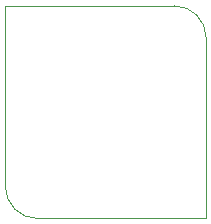
<source format=gbr>
%TF.GenerationSoftware,KiCad,Pcbnew,9.0.1*%
%TF.CreationDate,2025-11-25T19:28:09-05:00*%
%TF.ProjectId,USBCAdapter,55534243-4164-4617-9074-65722e6b6963,rev?*%
%TF.SameCoordinates,Original*%
%TF.FileFunction,Profile,NP*%
%FSLAX46Y46*%
G04 Gerber Fmt 4.6, Leading zero omitted, Abs format (unit mm)*
G04 Created by KiCad (PCBNEW 9.0.1) date 2025-11-25 19:28:09*
%MOMM*%
%LPD*%
G01*
G04 APERTURE LIST*
%TA.AperFunction,Profile*%
%ADD10C,0.050000*%
%TD*%
G04 APERTURE END LIST*
D10*
X55700000Y-40000000D02*
X67300000Y-40000000D01*
X70000000Y-58000000D02*
X67300000Y-58000000D01*
X70000000Y-42700000D02*
X70000000Y-55300000D01*
X70000000Y-55300000D02*
X70000000Y-58000000D01*
X53000000Y-55300000D02*
X53000000Y-42700000D01*
X53000000Y-42700000D02*
X53000000Y-40000000D01*
X55700000Y-40000000D02*
X53000000Y-40000000D01*
X67300000Y-58000000D02*
X55700000Y-58000000D01*
X67300000Y-40000000D02*
G75*
G02*
X70000000Y-42700000I0J-2700000D01*
G01*
X55700000Y-58000000D02*
G75*
G02*
X53000000Y-55300000I0J2700000D01*
G01*
M02*

</source>
